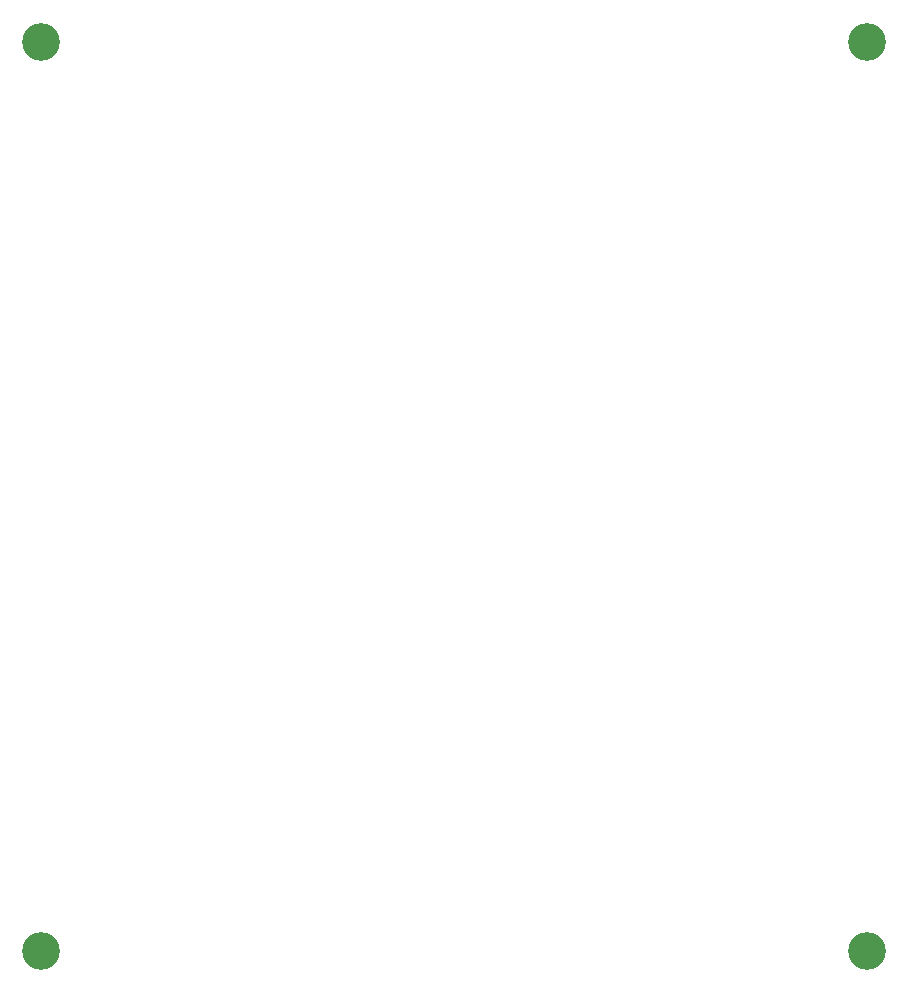
<source format=gbr>
%TF.GenerationSoftware,KiCad,Pcbnew,9.0.4*%
%TF.CreationDate,2025-10-04T10:08:07+10:00*%
%TF.ProjectId,Jet Ranger Test,4a657420-5261-46e6-9765-722054657374,rev?*%
%TF.SameCoordinates,Original*%
%TF.FileFunction,NonPlated,1,2,NPTH,Drill*%
%TF.FilePolarity,Positive*%
%FSLAX46Y46*%
G04 Gerber Fmt 4.6, Leading zero omitted, Abs format (unit mm)*
G04 Created by KiCad (PCBNEW 9.0.4) date 2025-10-04 10:08:07*
%MOMM*%
%LPD*%
G01*
G04 APERTURE LIST*
%TA.AperFunction,ComponentDrill*%
%ADD10C,3.200000*%
%TD*%
G04 APERTURE END LIST*
D10*
%TO.C,H1*%
X117000000Y-34000000D03*
%TO.C,H3*%
X117000000Y-111000000D03*
%TO.C,H4*%
X187000000Y-34000000D03*
%TO.C,H2*%
X187000000Y-111000000D03*
M02*

</source>
